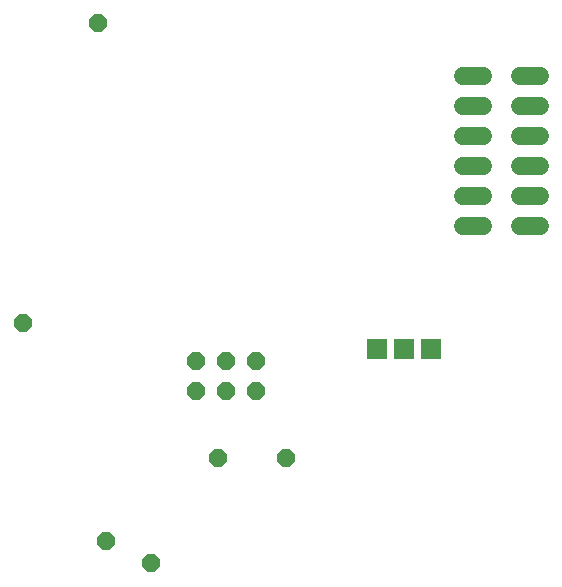
<source format=gbr>
G04 EAGLE Gerber RS-274X export*
G75*
%MOMM*%
%FSLAX34Y34*%
%LPD*%
%INBottom Copper*%
%IPPOS*%
%AMOC8*
5,1,8,0,0,1.08239X$1,22.5*%
G01*
%ADD10R,1.778000X1.778000*%
%ADD11C,1.524000*%
%ADD12P,1.632244X8X202.500000*%
%ADD13P,1.649562X8X22.500000*%


D10*
X396240Y264160D03*
X373380Y264160D03*
X350520Y264160D03*
D11*
X423418Y495300D02*
X440182Y495300D01*
X440182Y469900D02*
X423418Y469900D01*
X423418Y444500D02*
X440182Y444500D01*
X440182Y419100D02*
X423418Y419100D01*
X423418Y393700D02*
X440182Y393700D01*
X440182Y368300D02*
X423418Y368300D01*
D12*
X247650Y254000D03*
X247650Y228600D03*
X222250Y254000D03*
X222250Y228600D03*
X196850Y254000D03*
X196850Y228600D03*
D13*
X120650Y101600D03*
X273050Y171450D03*
X158750Y82550D03*
X215900Y171450D03*
X50800Y285750D03*
X114300Y539750D03*
D11*
X471618Y495300D02*
X488382Y495300D01*
X488382Y469900D02*
X471618Y469900D01*
X471618Y444500D02*
X488382Y444500D01*
X488382Y419100D02*
X471618Y419100D01*
X471618Y393700D02*
X488382Y393700D01*
X488382Y368300D02*
X471618Y368300D01*
M02*

</source>
